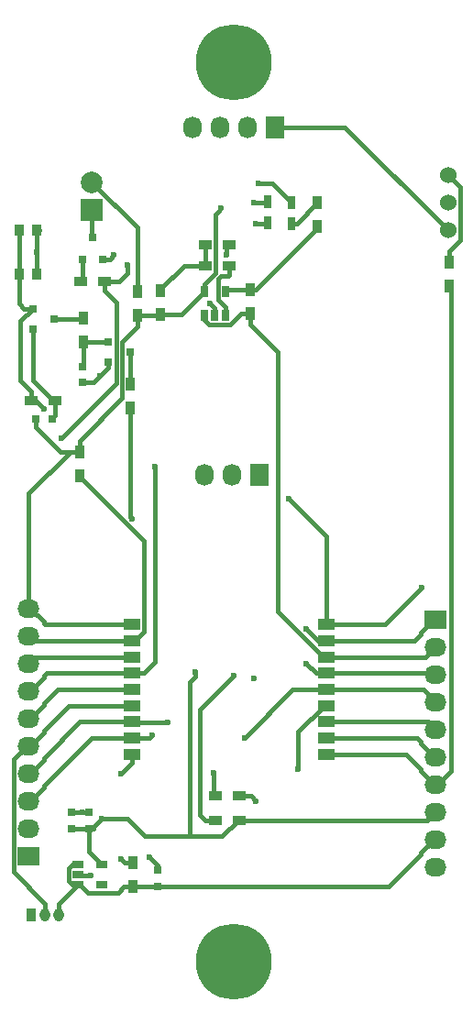
<source format=gbr>
G04 #@! TF.FileFunction,Copper,L1,Top,Signal*
%FSLAX46Y46*%
G04 Gerber Fmt 4.6, Leading zero omitted, Abs format (unit mm)*
G04 Created by KiCad (PCBNEW 201610091317+7290~55~ubuntu16.04.1-) date Sat Oct 15 19:35:44 2016*
%MOMM*%
%LPD*%
G01*
G04 APERTURE LIST*
%ADD10C,0.100000*%
%ADD11R,1.200000X0.900000*%
%ADD12C,7.000000*%
%ADD13R,0.800100X0.800100*%
%ADD14R,0.750000X0.800000*%
%ADD15R,0.950000X1.250000*%
%ADD16O,0.950000X1.250000*%
%ADD17R,1.060000X0.650000*%
%ADD18R,2.000000X2.000000*%
%ADD19C,2.000000*%
%ADD20R,0.750000X1.200000*%
%ADD21R,0.900000X1.200000*%
%ADD22R,0.650000X1.060000*%
%ADD23R,0.797560X0.797560*%
%ADD24R,1.500000X1.000000*%
%ADD25R,2.032000X1.727200*%
%ADD26O,2.032000X1.727200*%
%ADD27C,1.524000*%
%ADD28O,1.727200X2.032000*%
%ADD29R,1.727200X2.032000*%
%ADD30R,0.900000X1.000000*%
%ADD31C,0.600000*%
%ADD32C,0.400000*%
G04 APERTURE END LIST*
D10*
D11*
X134788000Y-116776500D03*
X132588000Y-116776500D03*
D12*
X134239000Y-49022000D03*
X134239000Y-132080000D03*
D13*
X120269000Y-67183000D03*
X122169000Y-67183000D03*
X121219000Y-65184020D03*
D14*
X120904000Y-119761000D03*
X120904000Y-118261000D03*
D11*
X134788000Y-118999000D03*
X132588000Y-118999000D03*
D15*
X115570000Y-127762000D03*
D16*
X116820000Y-127762000D03*
X118070000Y-127762000D03*
D17*
X119847000Y-123063000D03*
X119847000Y-124013000D03*
X119847000Y-124963000D03*
X122047000Y-124963000D03*
X122047000Y-123063000D03*
D18*
X121158000Y-62611000D03*
D19*
X121158000Y-60071000D03*
D11*
X120101000Y-69215000D03*
X122301000Y-69215000D03*
D20*
X137414000Y-63815000D03*
X137414000Y-61915000D03*
X139573000Y-63876000D03*
X139573000Y-61976000D03*
D21*
X127508000Y-70104000D03*
X127508000Y-72304000D03*
D11*
X131622800Y-65862200D03*
X133822800Y-65862200D03*
X133822800Y-67792600D03*
X131622800Y-67792600D03*
D21*
X141986000Y-64176000D03*
X141986000Y-61976000D03*
X135763000Y-70037600D03*
X135763000Y-72237600D03*
D22*
X131561800Y-72347000D03*
X132511800Y-72347000D03*
X133461800Y-72347000D03*
X133461800Y-70147000D03*
X131561800Y-70147000D03*
D23*
X115963700Y-81915000D03*
X117462300Y-81915000D03*
D13*
X122682000Y-74808000D03*
X122682000Y-76708000D03*
X124680980Y-75758000D03*
D21*
X124714000Y-80940000D03*
X124714000Y-78740000D03*
D14*
X127254000Y-125095000D03*
X127254000Y-123595000D03*
D21*
X124968000Y-122936000D03*
X124968000Y-125136000D03*
D14*
X119253000Y-119761000D03*
X119253000Y-118261000D03*
X120269000Y-78589000D03*
X120269000Y-77089000D03*
D11*
X117729000Y-80264000D03*
X115529000Y-80264000D03*
D21*
X120015000Y-87163000D03*
X120015000Y-84963000D03*
X120396000Y-72628400D03*
X120396000Y-74828400D03*
D13*
X115697000Y-71755000D03*
X115697000Y-73655000D03*
X117695980Y-72705000D03*
D24*
X142841000Y-103934000D03*
X142841000Y-102434000D03*
X142841000Y-100934000D03*
X142841000Y-105434000D03*
X142841000Y-106934000D03*
X142841000Y-108434000D03*
X142841000Y-112934000D03*
X142841000Y-111434000D03*
X142841000Y-109934000D03*
X124841000Y-109934000D03*
X124841000Y-111434000D03*
X124841000Y-112934000D03*
X124841000Y-108434000D03*
X124841000Y-106934000D03*
X124841000Y-105434000D03*
X124841000Y-100934000D03*
X124841000Y-102434000D03*
X124841000Y-103934000D03*
D25*
X115316000Y-122301000D03*
D26*
X115316000Y-119761000D03*
X115316000Y-117221000D03*
X115316000Y-114681000D03*
X115316000Y-112141000D03*
X115316000Y-109601000D03*
X115316000Y-107061000D03*
X115316000Y-104521000D03*
X115316000Y-101981000D03*
X115316000Y-99441000D03*
D25*
X152908000Y-100457000D03*
D26*
X152908000Y-102997000D03*
X152908000Y-105537000D03*
X152908000Y-108077000D03*
X152908000Y-110617000D03*
X152908000Y-113157000D03*
X152908000Y-115697000D03*
X152908000Y-118237000D03*
X152908000Y-120777000D03*
X152908000Y-123317000D03*
D21*
X154178000Y-67437000D03*
X154178000Y-69637000D03*
X125349000Y-72390000D03*
X125349000Y-70190000D03*
D27*
X154051000Y-59436000D03*
X154051000Y-61976000D03*
X154051000Y-64516000D03*
D28*
X131572000Y-87122000D03*
X134112000Y-87122000D03*
D29*
X136652000Y-87122000D03*
D30*
X116027000Y-64516000D03*
X114427000Y-64516000D03*
X116027000Y-68616000D03*
X114427000Y-68616000D03*
D29*
X138049000Y-54991000D03*
D28*
X135509000Y-54991000D03*
X132969000Y-54991000D03*
X130429000Y-54991000D03*
D31*
X136271000Y-117221000D03*
X121920000Y-77978000D03*
X116078000Y-66548000D03*
X123190000Y-66802000D03*
X132080000Y-71247000D03*
X151638000Y-97536000D03*
X140208000Y-114300000D03*
X123825000Y-114681000D03*
X120269000Y-118237000D03*
X126492000Y-122428000D03*
X123825000Y-122555000D03*
X139319000Y-89281000D03*
X121031000Y-124079000D03*
X133604000Y-66802000D03*
X136271000Y-63881000D03*
X136144000Y-61976000D03*
X130683000Y-105346500D03*
X122047000Y-118872000D03*
X133096000Y-62484000D03*
X136144000Y-105918000D03*
X136525000Y-60198000D03*
X124881449Y-91145551D03*
X126746000Y-111125000D03*
X128143000Y-109982000D03*
X132397500Y-114617500D03*
X127000000Y-86360000D03*
X124460000Y-67691000D03*
X118364000Y-83693000D03*
X140970000Y-101346000D03*
X140970000Y-104521000D03*
X116713000Y-81026000D03*
X135255000Y-111379000D03*
X134239000Y-105664000D03*
D32*
X134788000Y-116776500D02*
X135826500Y-116776500D01*
X135826500Y-116776500D02*
X136271000Y-117221000D01*
X120269000Y-78589000D02*
X121309000Y-78589000D01*
X121309000Y-78589000D02*
X121920000Y-77978000D01*
X122682000Y-76708000D02*
X122682000Y-77216000D01*
X122682000Y-77216000D02*
X121920000Y-77978000D01*
X116027000Y-64516000D02*
X116027000Y-66497000D01*
X116027000Y-66497000D02*
X116078000Y-66548000D01*
X116027000Y-68616000D02*
X116027000Y-66599000D01*
X116027000Y-66599000D02*
X116078000Y-66548000D01*
X122169000Y-67183000D02*
X122809000Y-67183000D01*
X122809000Y-67183000D02*
X123190000Y-66802000D01*
X132511800Y-72347000D02*
X132511800Y-71678800D01*
X132511800Y-71678800D02*
X132080000Y-71247000D01*
X142841000Y-100934000D02*
X148240000Y-100934000D01*
X148240000Y-100934000D02*
X151638000Y-97536000D01*
X142841000Y-108434000D02*
X142591000Y-108434000D01*
X142591000Y-108434000D02*
X140208000Y-110817000D01*
X140208000Y-110817000D02*
X140208000Y-114300000D01*
X124841000Y-112934000D02*
X124841000Y-113665000D01*
X124841000Y-113665000D02*
X123825000Y-114681000D01*
X119253000Y-118261000D02*
X120245000Y-118261000D01*
X120245000Y-118261000D02*
X120269000Y-118237000D01*
X120904000Y-118261000D02*
X120293000Y-118261000D01*
X120293000Y-118261000D02*
X120269000Y-118237000D01*
X127254000Y-123595000D02*
X127254000Y-123190000D01*
X127254000Y-123190000D02*
X126492000Y-122428000D01*
X124968000Y-122936000D02*
X124206000Y-122936000D01*
X124206000Y-122936000D02*
X123825000Y-122555000D01*
X139319000Y-89281000D02*
X142841000Y-92803000D01*
X142841000Y-92803000D02*
X142841000Y-100934000D01*
X116027000Y-64516000D02*
X116332000Y-64516000D01*
X121031000Y-124079000D02*
X119913000Y-124079000D01*
X119913000Y-124079000D02*
X119847000Y-124013000D01*
X115570000Y-127612000D02*
X115570000Y-127762000D01*
X133604000Y-66802000D02*
X133604000Y-66081000D01*
X133604000Y-66081000D02*
X133822800Y-65862200D01*
X136271000Y-63881000D02*
X137348000Y-63881000D01*
X137348000Y-63881000D02*
X137414000Y-63815000D01*
X136144000Y-61976000D02*
X137353000Y-61976000D01*
X137353000Y-61976000D02*
X137414000Y-61915000D01*
X122661600Y-74828400D02*
X122682000Y-74808000D01*
X120396000Y-74828400D02*
X120396000Y-76962000D01*
X120396000Y-76962000D02*
X120269000Y-77089000D01*
X120396000Y-74828400D02*
X122661600Y-74828400D01*
X127254000Y-125095000D02*
X148590000Y-125095000D01*
X148590000Y-125095000D02*
X151492000Y-122193000D01*
X151492000Y-122193000D02*
X151492000Y-122040600D01*
X151492000Y-122040600D02*
X152755600Y-120777000D01*
X152755600Y-120777000D02*
X152908000Y-120777000D01*
X138049000Y-54991000D02*
X144526000Y-54991000D01*
X144526000Y-54991000D02*
X154051000Y-64516000D01*
X118070000Y-127762000D02*
X118070000Y-126740000D01*
X118070000Y-126740000D02*
X119847000Y-124963000D01*
X119847000Y-124963000D02*
X119356998Y-124963000D01*
X119356998Y-124963000D02*
X118991999Y-124598001D01*
X118991999Y-124598001D02*
X118991999Y-123427999D01*
X118991999Y-123427999D02*
X119356998Y-123063000D01*
X119356998Y-123063000D02*
X119847000Y-123063000D01*
X124968000Y-125136000D02*
X124118000Y-125136000D01*
X124118000Y-125136000D02*
X123566000Y-125688000D01*
X123566000Y-125688000D02*
X120777000Y-125688000D01*
X120777000Y-125688000D02*
X120052000Y-124963000D01*
X120052000Y-124963000D02*
X119847000Y-124963000D01*
X127254000Y-125095000D02*
X125009000Y-125095000D01*
X125009000Y-125095000D02*
X124968000Y-125136000D01*
X154178000Y-64643000D02*
X154051000Y-64516000D01*
X134788000Y-118999000D02*
X152146000Y-118999000D01*
X152146000Y-118999000D02*
X152908000Y-118237000D01*
X153060400Y-118237000D02*
X152908000Y-118237000D01*
X130175000Y-120459500D02*
X133177500Y-120459500D01*
X126047500Y-120459500D02*
X130175000Y-120459500D01*
X130683000Y-105346500D02*
X130683000Y-105770764D01*
X130683000Y-105770764D02*
X130175000Y-106278764D01*
X130175000Y-106278764D02*
X130175000Y-120459500D01*
X133177500Y-120459500D02*
X134638000Y-118999000D01*
X134638000Y-118999000D02*
X134788000Y-118999000D01*
X124460000Y-118872000D02*
X126047500Y-120459500D01*
X122047000Y-118872000D02*
X124460000Y-118872000D01*
X129404800Y-72304000D02*
X131561800Y-70147000D01*
X127508000Y-72304000D02*
X129404800Y-72304000D01*
X120904000Y-119761000D02*
X121285000Y-119761000D01*
X122047000Y-118872000D02*
X121285000Y-119634000D01*
X121285000Y-119634000D02*
X121285000Y-119761000D01*
X115316000Y-99441000D02*
X115316000Y-88812000D01*
X115316000Y-88812000D02*
X119165000Y-84963000D01*
X119165000Y-84963000D02*
X120015000Y-84963000D01*
X120015000Y-83963000D02*
X120015000Y-84963000D01*
X123932062Y-80045938D02*
X120015000Y-83963000D01*
X125349000Y-72390000D02*
X125349000Y-73390000D01*
X125349000Y-73390000D02*
X123932062Y-74806938D01*
X123932062Y-74806938D02*
X123932062Y-80045938D01*
X124841000Y-100934000D02*
X116809000Y-100934000D01*
X116732000Y-100857000D02*
X116732000Y-100704600D01*
X116809000Y-100934000D02*
X116732000Y-100857000D01*
X116732000Y-100704600D02*
X115468400Y-99441000D01*
X115468400Y-99441000D02*
X115316000Y-99441000D01*
X120904000Y-119761000D02*
X120904000Y-121920000D01*
X120904000Y-121920000D02*
X122047000Y-123063000D01*
X119253000Y-119761000D02*
X120904000Y-119761000D01*
X115963700Y-81915000D02*
X115963700Y-82713780D01*
X115963700Y-82713780D02*
X118212920Y-84963000D01*
X118212920Y-84963000D02*
X119165000Y-84963000D01*
X125349000Y-72390000D02*
X127422000Y-72390000D01*
X127422000Y-72390000D02*
X127508000Y-72304000D01*
X132796001Y-62783999D02*
X133096000Y-62484000D01*
X132547801Y-63032199D02*
X132796001Y-62783999D01*
X131561800Y-70147000D02*
X131561800Y-69488602D01*
X131561800Y-69488602D02*
X132547801Y-68502601D01*
X132547801Y-68502601D02*
X132547801Y-63032199D01*
X139573000Y-63876000D02*
X140086000Y-63876000D01*
X140086000Y-63876000D02*
X141986000Y-61976000D01*
X136525000Y-60198000D02*
X137795000Y-60198000D01*
X137795000Y-60198000D02*
X139573000Y-61976000D01*
X117729000Y-80264000D02*
X117729000Y-81648300D01*
X117729000Y-81648300D02*
X117462300Y-81915000D01*
X115697000Y-73655000D02*
X115697000Y-78382000D01*
X115697000Y-78382000D02*
X117579000Y-80264000D01*
X117579000Y-80264000D02*
X117729000Y-80264000D01*
X121158000Y-62611000D02*
X121158000Y-65123020D01*
X121158000Y-65123020D02*
X121219000Y-65184020D01*
X121158000Y-60071000D02*
X125349000Y-64262000D01*
X125349000Y-64262000D02*
X125349000Y-70190000D01*
X121244000Y-60157000D02*
X121158000Y-60071000D01*
X124714000Y-90978102D02*
X124881449Y-91145551D01*
X124714000Y-80940000D02*
X124714000Y-90978102D01*
X124841000Y-111434000D02*
X121103000Y-111434000D01*
X121103000Y-111434000D02*
X116732000Y-115805000D01*
X116732000Y-115805000D02*
X116732000Y-115957400D01*
X116732000Y-115957400D02*
X115468400Y-117221000D01*
X115468400Y-117221000D02*
X115316000Y-117221000D01*
X124841000Y-111434000D02*
X126437000Y-111434000D01*
X126437000Y-111434000D02*
X126746000Y-111125000D01*
X128143000Y-109982000D02*
X124889000Y-109982000D01*
X124889000Y-109982000D02*
X124841000Y-109934000D01*
X132397500Y-114617500D02*
X132397500Y-116586000D01*
X132397500Y-116586000D02*
X132588000Y-116776500D01*
X124841000Y-109934000D02*
X120063000Y-109934000D01*
X120063000Y-109934000D02*
X116732000Y-113265000D01*
X116732000Y-113265000D02*
X116732000Y-113417400D01*
X115468400Y-114681000D02*
X115316000Y-114681000D01*
X116732000Y-113417400D02*
X115468400Y-114681000D01*
X113900000Y-123817000D02*
X113900000Y-120650000D01*
X113900000Y-120650000D02*
X113900000Y-113404600D01*
X116820000Y-127762000D02*
X116820000Y-126737000D01*
X116820000Y-126737000D02*
X113900000Y-123817000D01*
X113900000Y-113404600D02*
X115163600Y-112141000D01*
X115163600Y-112141000D02*
X115316000Y-112141000D01*
X124841000Y-108434000D02*
X119023000Y-108434000D01*
X119023000Y-108434000D02*
X116732000Y-110725000D01*
X116732000Y-110725000D02*
X116732000Y-110877400D01*
X116732000Y-110877400D02*
X115468400Y-112141000D01*
X115468400Y-112141000D02*
X115316000Y-112141000D01*
X124841000Y-106934000D02*
X117983000Y-106934000D01*
X117983000Y-106934000D02*
X116732000Y-108185000D01*
X116732000Y-108337400D02*
X115468400Y-109601000D01*
X115468400Y-109601000D02*
X115316000Y-109601000D01*
X116732000Y-108185000D02*
X116732000Y-108337400D01*
X124587000Y-107188000D02*
X124841000Y-106934000D01*
X127000000Y-86360000D02*
X127000000Y-104425000D01*
X125991000Y-105434000D02*
X124841000Y-105434000D01*
X127000000Y-104425000D02*
X125991000Y-105434000D01*
X124841000Y-105434000D02*
X116943000Y-105434000D01*
X116943000Y-105434000D02*
X116732000Y-105645000D01*
X116732000Y-105645000D02*
X116732000Y-105797400D01*
X116732000Y-105797400D02*
X115468400Y-107061000D01*
X115468400Y-107061000D02*
X115316000Y-107061000D01*
X124460000Y-68453000D02*
X123698000Y-69215000D01*
X123698000Y-69215000D02*
X122301000Y-69215000D01*
X124460000Y-67691000D02*
X124460000Y-68453000D01*
X123407051Y-78649949D02*
X118364000Y-83693000D01*
X122301000Y-70065000D02*
X123407051Y-71171051D01*
X123407051Y-71171051D02*
X123407051Y-78649949D01*
X122301000Y-69215000D02*
X122301000Y-70065000D01*
X124841000Y-103934000D02*
X115903000Y-103934000D01*
X115903000Y-103934000D02*
X115316000Y-104521000D01*
X124841000Y-102434000D02*
X125091000Y-102434000D01*
X125916001Y-101608999D02*
X125916001Y-93214001D01*
X125091000Y-102434000D02*
X125916001Y-101608999D01*
X125916001Y-93214001D02*
X120015000Y-87313000D01*
X120015000Y-87313000D02*
X120015000Y-87163000D01*
X115316000Y-101981000D02*
X115163600Y-101981000D01*
X124841000Y-102434000D02*
X115769000Y-102434000D01*
X115769000Y-102434000D02*
X115316000Y-101981000D01*
X140970000Y-101346000D02*
X142058000Y-102434000D01*
X142058000Y-102434000D02*
X142841000Y-102434000D01*
X142841000Y-102434000D02*
X150931000Y-102434000D01*
X150931000Y-102434000D02*
X151492000Y-101873000D01*
X151492000Y-101873000D02*
X151492000Y-101720600D01*
X151492000Y-101720600D02*
X152755600Y-100457000D01*
X152755600Y-100457000D02*
X152908000Y-100457000D01*
X142591000Y-102434000D02*
X142841000Y-102434000D01*
X138303000Y-99731002D02*
X138303000Y-75777600D01*
X138303000Y-75777600D02*
X135763000Y-73237600D01*
X135763000Y-73237600D02*
X135763000Y-72237600D01*
X142841000Y-103934000D02*
X142505998Y-103934000D01*
X142505998Y-103934000D02*
X138303000Y-99731002D01*
X142841000Y-103934000D02*
X151971000Y-103934000D01*
X151971000Y-103934000D02*
X152908000Y-102997000D01*
X142591000Y-103934000D02*
X142841000Y-103934000D01*
X131561800Y-72347000D02*
X131561800Y-72837002D01*
X131561800Y-72837002D02*
X131926799Y-73202001D01*
X131926799Y-73202001D02*
X133948599Y-73202001D01*
X133948599Y-73202001D02*
X134913000Y-72237600D01*
X134913000Y-72237600D02*
X135763000Y-72237600D01*
X114427000Y-68616000D02*
X114427000Y-71285050D01*
X114427000Y-71285050D02*
X114896950Y-71755000D01*
X114896950Y-71755000D02*
X115697000Y-71755000D01*
X114427000Y-64516000D02*
X114427000Y-65416000D01*
X114427000Y-65416000D02*
X114427000Y-68616000D01*
X115659000Y-71717000D02*
X115697000Y-71755000D01*
X140970000Y-104521000D02*
X141883000Y-105434000D01*
X115697000Y-71755000D02*
X114529000Y-72923000D01*
X114529000Y-72923000D02*
X114529000Y-78414000D01*
X114529000Y-78414000D02*
X115529000Y-79414000D01*
X115529000Y-79414000D02*
X115529000Y-80264000D01*
X142841000Y-105434000D02*
X152805000Y-105434000D01*
X152805000Y-105434000D02*
X152908000Y-105537000D01*
X141883000Y-105434000D02*
X142841000Y-105434000D01*
X115529000Y-80264000D02*
X115951000Y-80264000D01*
X115951000Y-80264000D02*
X116713000Y-81026000D01*
X115679000Y-80264000D02*
X115529000Y-80264000D01*
X142841000Y-105434000D02*
X142591000Y-105434000D01*
X115379000Y-80264000D02*
X115529000Y-80264000D01*
X115661000Y-71719000D02*
X115697000Y-71755000D01*
X142841000Y-106934000D02*
X151765000Y-106934000D01*
X151765000Y-106934000D02*
X152908000Y-108077000D01*
X135255000Y-111379000D02*
X139700000Y-106934000D01*
X139700000Y-106934000D02*
X142841000Y-106934000D01*
X142841000Y-109934000D02*
X152225000Y-109934000D01*
X152225000Y-109934000D02*
X152908000Y-110617000D01*
X142841000Y-111434000D02*
X151185000Y-111434000D01*
X151185000Y-111434000D02*
X151492000Y-111741000D01*
X151492000Y-111741000D02*
X151492000Y-111893400D01*
X151492000Y-111893400D02*
X152755600Y-113157000D01*
X152755600Y-113157000D02*
X152908000Y-113157000D01*
X154178000Y-69637000D02*
X154178000Y-69787000D01*
X154178000Y-69787000D02*
X154324000Y-69933000D01*
X154324000Y-69933000D02*
X154324000Y-114433400D01*
X154324000Y-114433400D02*
X153060400Y-115697000D01*
X153060400Y-115697000D02*
X152908000Y-115697000D01*
X142841000Y-112934000D02*
X150145000Y-112934000D01*
X152755600Y-115697000D02*
X152908000Y-115697000D01*
X150145000Y-112934000D02*
X151492000Y-114281000D01*
X151492000Y-114281000D02*
X151492000Y-114433400D01*
X151492000Y-114433400D02*
X152755600Y-115697000D01*
X124680980Y-75758000D02*
X124680980Y-78706980D01*
X124680980Y-78706980D02*
X124714000Y-78740000D01*
X117695980Y-72705000D02*
X120319400Y-72705000D01*
X120319400Y-72705000D02*
X120396000Y-72628400D01*
X120269000Y-67183000D02*
X120269000Y-69047000D01*
X120269000Y-69047000D02*
X120101000Y-69215000D01*
X131622800Y-67792600D02*
X129669400Y-67792600D01*
X129669400Y-67792600D02*
X127508000Y-69954000D01*
X127508000Y-69954000D02*
X127508000Y-70104000D01*
X131622800Y-65862200D02*
X131622800Y-67792600D01*
X132811799Y-68981080D02*
X133072812Y-68720067D01*
X133461800Y-71587002D02*
X132811799Y-70937001D01*
X133072812Y-68720067D02*
X133745333Y-68720067D01*
X133461800Y-72347000D02*
X133461800Y-71587002D01*
X132811799Y-70937001D02*
X132811799Y-68981080D01*
X133745333Y-68720067D02*
X133822800Y-68642600D01*
X133822800Y-68642600D02*
X133822800Y-67792600D01*
X135763000Y-70037600D02*
X133571200Y-70037600D01*
X133571200Y-70037600D02*
X133461800Y-70147000D01*
X141986000Y-64176000D02*
X141986000Y-64326000D01*
X141986000Y-64326000D02*
X136274400Y-70037600D01*
X136274400Y-70037600D02*
X135763000Y-70037600D01*
X154178000Y-67437000D02*
X154178000Y-66437000D01*
X154178000Y-66437000D02*
X155138001Y-65476999D01*
X155138001Y-65476999D02*
X155138001Y-60523001D01*
X155138001Y-60523001D02*
X154812999Y-60197999D01*
X154812999Y-60197999D02*
X154051000Y-59436000D01*
X154051000Y-67310000D02*
X154178000Y-67437000D01*
X131127500Y-118538500D02*
X131127500Y-108775500D01*
X131127500Y-108775500D02*
X134239000Y-105664000D01*
X132588000Y-118999000D02*
X131588000Y-118999000D01*
X131588000Y-118999000D02*
X131127500Y-118538500D01*
X132588000Y-118999000D02*
X132438000Y-118999000D01*
M02*

</source>
